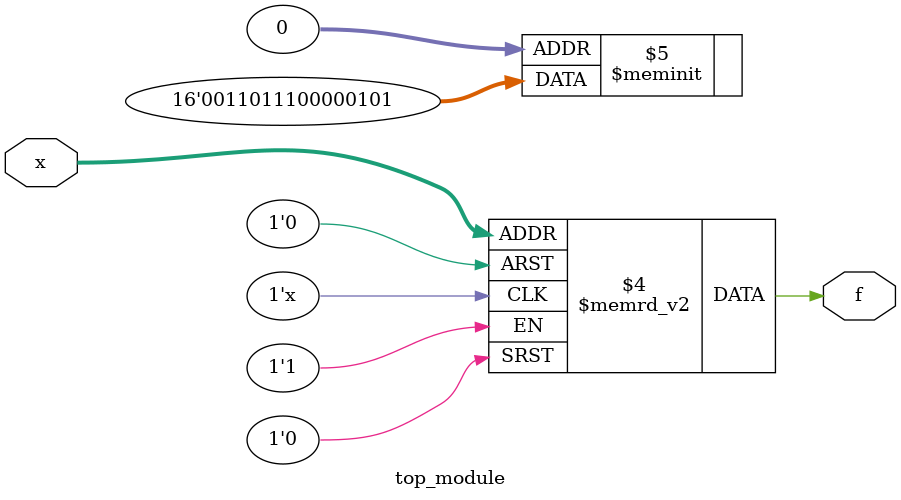
<source format=sv>
module top_module (
	input [4:1] x,
	output logic f
);

always @(*) begin
	case (x)
		4'b0000: f = 1'b1;
		4'b0001: f = 1'b0;
		4'b0011: f = 1'b0;
		4'b0010: f = 1'b1;
		4'b0100: f = 1'b0;
		4'b0101: f = 1'b0;
		4'b0111: f = 1'b0;
		4'b0110: f = 1'b0;
		4'b1000: f = 1'b1;
		4'b1001: f = 1'b1;
		4'b1011: f = 1'b0;
		4'b1010: f = 1'b1;
		4'b1100: f = 1'b1;
		4'b1101: f = 1'b1;
		4'b1111: f = 1'b0;
		4'b1110: f = 1'b0;
		default: f = 1'bx; // Undefined cases
	endcase
end

endmodule

</source>
